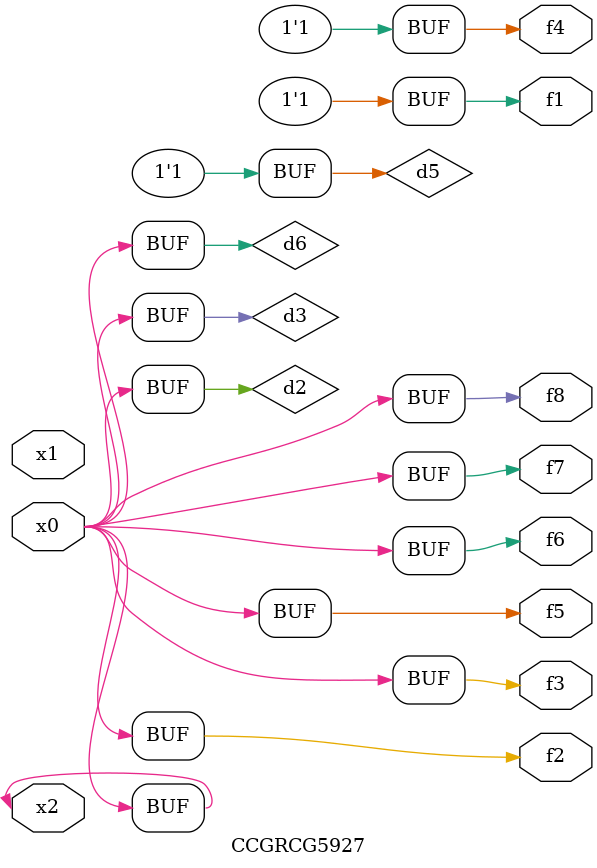
<source format=v>
module CCGRCG5927(
	input x0, x1, x2,
	output f1, f2, f3, f4, f5, f6, f7, f8
);

	wire d1, d2, d3, d4, d5, d6;

	xnor (d1, x2);
	buf (d2, x0, x2);
	and (d3, x0);
	xnor (d4, x1, x2);
	nand (d5, d1, d3);
	buf (d6, d2, d3);
	assign f1 = d5;
	assign f2 = d6;
	assign f3 = d6;
	assign f4 = d5;
	assign f5 = d6;
	assign f6 = d6;
	assign f7 = d6;
	assign f8 = d6;
endmodule

</source>
